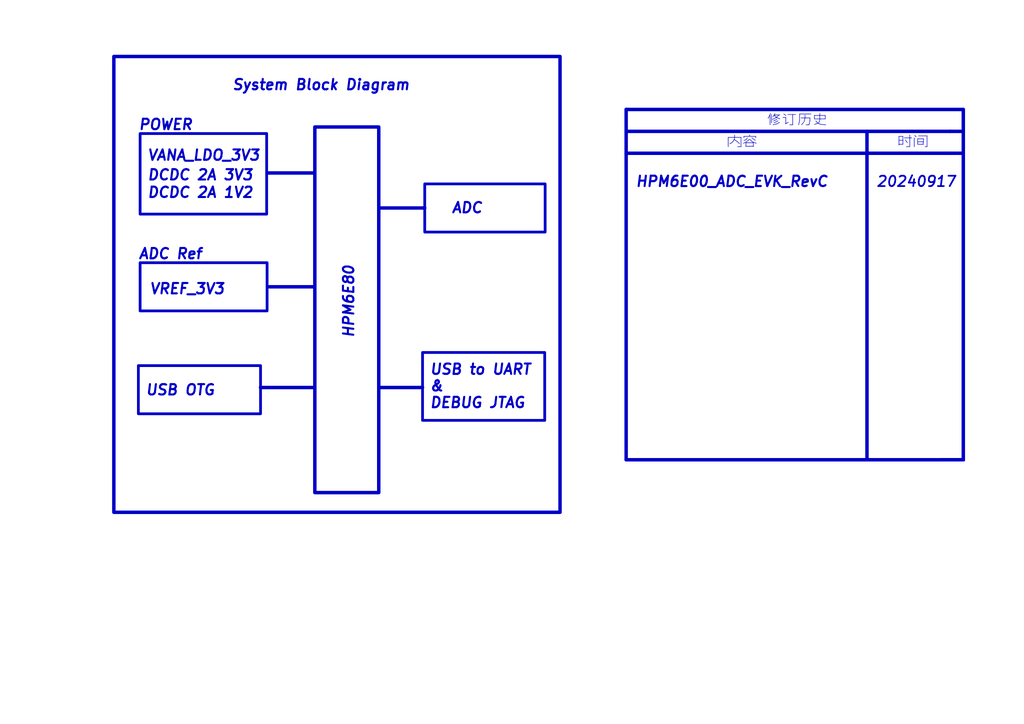
<source format=kicad_sch>
(kicad_sch (version 20230121) (generator eeschema)
  (paper "A4")
  (title_block (title "HPM6E00ADCEVKRevC") (date "2024-09-17") (rev "RevC") (comment 1 "System Block Diagram"))
  (lib_symbols)
  (polyline (pts (xy 122.555 112.395) (xy 109.855 112.395)) (stroke (width 1)))
  (polyline (pts (xy 279.4 31.75) (xy 279.4 133.35)) (stroke (width 1) (type solid)))
  (polyline (pts (xy 181.61 44.45) (xy 275.59 44.45)) (stroke (width 1) (type solid)))
  (polyline (pts (xy 78.105 83.185) (xy 90.805 83.185)) (stroke (width 1)))
  (polyline (pts (xy 251.46 38.1) (xy 251.46 133.35)) (stroke (width 1) (type solid)))
  (polyline (pts (xy 279.4 133.35) (xy 181.61 133.35)) (stroke (width 1) (type solid)))
  (polyline (pts (xy 274.32 133.35) (xy 279.4 133.35)) (stroke (width 1)))
  (polyline (pts (xy 181.61 38.1) (xy 275.59 38.1)) (stroke (width 1) (type solid)))
  (polyline (pts (xy 181.61 31.75) (xy 181.61 133.35)) (stroke (width 1) (type solid)))
  (polyline (pts (xy 181.61 31.75) (xy 279.4 31.75)) (stroke (width 1) (type solid)))
  (polyline (pts (xy 275.59 38.1) (xy 279.4 38.1)) (stroke (width 1) (type solid)))
  (polyline (pts (xy 75.565 112.395) (xy 90.805 112.395)) (stroke (width 1)))
  (polyline (pts (xy 110.49 60.325) (xy 123.19 60.325)) (stroke (width 1)))
  (polyline (pts (xy 275.59 44.45) (xy 279.4 44.45)) (stroke (width 1) (type solid)))
  (polyline (pts (xy 273.05 133.35) (xy 279.4 133.35)) (stroke (width 1)))
  (polyline (pts (xy 77.47 50.165) (xy 90.805 50.165)) (stroke (width 1)))
  (rectangle (start 40.132 106.045) (end 75.565 120.015) (stroke (width 0.8)))
  (rectangle (start 33.02 16.383) (end 162.433 148.59) (stroke (width 1)))
  (rectangle (start 40.64 38.735) (end 77.343 62.103) (stroke (width 0.8)))
  (rectangle (start 122.555 102.235) (end 157.988 121.92) (stroke (width 0.8)))
  (rectangle (start 123.19 53.34) (end 158.115 67.31) (stroke (width 0.8)))
  (rectangle (start 40.64 76.2) (end 77.47 90.17) (stroke (width 0.8)))
  (rectangle (start 91.313 36.83) (end 109.855 142.875) (stroke (width 1)))
  (text "HPM6E00_ADC_EVK_RevC" (at 184.15 54.61 0) (effects (font (size 3 3) (thickness 0.6) bold italic) (justify left bottom)))
  (text "ADC" (at 130.81 62.23 0) (effects (font (size 3 3) (thickness 0.6) bold italic) (justify left bottom)))
  (text "VANA_LDO_3V3" (at 42.545 46.99 0) (effects (font (size 3 3) (thickness 0.6) bold italic) (justify left bottom)))
  (text "HPM6E80" (at 102.87 98.425 90) (effects (font (size 3 3) (thickness 0.6) bold italic) (justify left bottom)))
  (text "时间" (at 260.35 43.18 0) (effects (font (size 3 3)) (justify left bottom)))
  (text "USB to UART\n&\nDEBUG JTAG" (at 124.46 118.745 0) (effects (font (size 3 3) (thickness 0.6) bold italic) (justify left bottom)))
  (text "DCDC 2A 3V3" (at 42.545 52.705 0) (effects (font (size 3 3) (thickness 0.6) bold italic) (justify left bottom)))
  (text "ADC Ref" (at 40.005 75.565 0) (effects (font (size 3 3) (thickness 0.6) bold italic) (justify left bottom)))
  (text "USB OTG\n" (at 42.037 115.062 0) (effects (font (size 3 3) (thickness 0.6) bold italic) (justify left bottom)))
  (text "内容" (at 210.82 43.18 0) (effects (font (size 3 3)) (justify left bottom)))
  (text "DCDC 2A 1V2" (at 42.545 57.785 0) (effects (font (size 3 3) (thickness 0.6) bold italic) (justify left bottom)))
  (text "POWER" (at 40.005 38.1 0) (effects (font (size 3 3) (thickness 0.6) bold italic) (justify left bottom)))
  (text "System Block Diagram" (at 67.183 26.543 0) (effects (font (size 3 3) (thickness 0.6) bold italic) (justify left bottom)))
  (text "20240917" (at 254 54.61 0) (effects (font (size 3 3) (thickness 0.5) bold italic) (justify left bottom)))
  (text "VREF_3V3" (at 43.18 85.725 0) (effects (font (size 3 3) (thickness 0.6) bold italic) (justify left bottom)))
  (text "修订历史\n" (at 222.25 36.83 0) (effects (font (size 3 3)) (justify left bottom)))
  (sheet (at 33.02 16.51) (size 129.54 132.08) (stroke (width 0.1524))
    (property "Sheetname" "HPM6E00ADCEVKRevC MAINENTRY" (effects hide))
    (property "Sheetfile" "HPM6E00ADCEVKRevC MAINENTRY.kicad_sch" (effects hide))
  )
)
</source>
